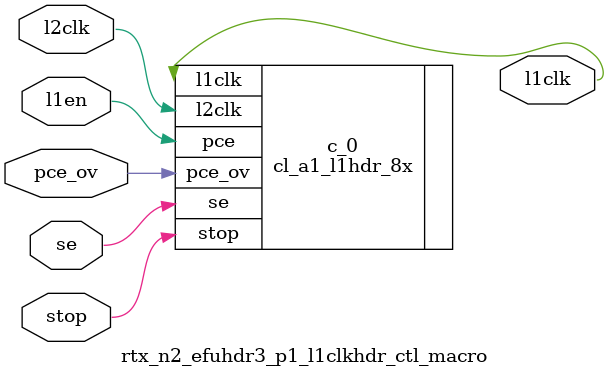
<source format=v>






module rtx_n2_efuhdr3_p1_l1clkhdr_ctl_macro (
  l2clk, 
  l1en, 
  pce_ov, 
  stop, 
  se, 
  l1clk);


  input l2clk;
  input l1en;
  input pce_ov;
  input stop;
  input se;
  output l1clk;



 

cl_a1_l1hdr_8x c_0 (


   .l2clk(l2clk),
   .pce(l1en),
   .l1clk(l1clk),
  .se(se),
  .pce_ov(pce_ov),
  .stop(stop)
);



endmodule









</source>
